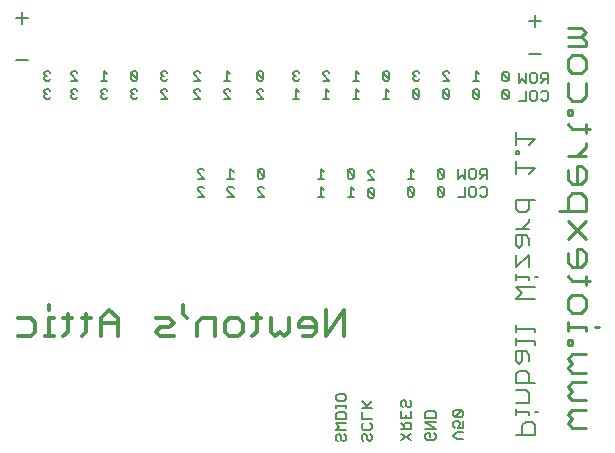
<source format=gbo>
G75*
%MOIN*%
%OFA0B0*%
%FSLAX25Y25*%
%IPPOS*%
%LPD*%
%AMOC8*
5,1,8,0,0,1.08239X$1,22.5*
%
%ADD10C,0.00800*%
%ADD11C,0.00700*%
%ADD12C,0.01000*%
%ADD13C,0.01200*%
%ADD14C,0.00600*%
D10*
X0107709Y0108400D02*
X0109844Y0108400D01*
X0107709Y0110535D01*
X0107709Y0111069D01*
X0108243Y0111603D01*
X0109311Y0111603D01*
X0109844Y0111069D01*
X0109844Y0114400D02*
X0107709Y0116535D01*
X0107709Y0117069D01*
X0108243Y0117603D01*
X0109311Y0117603D01*
X0109844Y0117069D01*
X0109844Y0114400D02*
X0107709Y0114400D01*
X0117609Y0114400D02*
X0119744Y0114400D01*
X0118677Y0114400D02*
X0118677Y0117603D01*
X0119744Y0116535D01*
X0119211Y0111603D02*
X0119744Y0111069D01*
X0119211Y0111603D02*
X0118143Y0111603D01*
X0117609Y0111069D01*
X0117609Y0110535D01*
X0119744Y0108400D01*
X0117609Y0108400D01*
X0127709Y0108400D02*
X0129844Y0108400D01*
X0127709Y0110535D01*
X0127709Y0111069D01*
X0128243Y0111603D01*
X0129311Y0111603D01*
X0129844Y0111069D01*
X0129311Y0114400D02*
X0128243Y0114400D01*
X0127709Y0114934D01*
X0127709Y0117069D01*
X0129844Y0114934D01*
X0129311Y0114400D01*
X0129844Y0114934D02*
X0129844Y0117069D01*
X0129311Y0117603D01*
X0128243Y0117603D01*
X0127709Y0117069D01*
X0147709Y0114400D02*
X0149844Y0114400D01*
X0148777Y0114400D02*
X0148777Y0117603D01*
X0149844Y0116535D01*
X0148777Y0111603D02*
X0148777Y0108400D01*
X0149844Y0108400D02*
X0147709Y0108400D01*
X0149844Y0110535D02*
X0148777Y0111603D01*
X0157709Y0108400D02*
X0159844Y0108400D01*
X0158777Y0108400D02*
X0158777Y0111603D01*
X0159844Y0110535D01*
X0164509Y0110669D02*
X0164509Y0108534D01*
X0165043Y0108000D01*
X0166111Y0108000D01*
X0166644Y0108534D01*
X0164509Y0110669D01*
X0165043Y0111203D01*
X0166111Y0111203D01*
X0166644Y0110669D01*
X0166644Y0108534D01*
X0166644Y0114000D02*
X0164509Y0114000D01*
X0164509Y0116135D02*
X0164509Y0116669D01*
X0165043Y0117203D01*
X0166111Y0117203D01*
X0166644Y0116669D01*
X0164509Y0116135D02*
X0166644Y0114000D01*
X0159844Y0114934D02*
X0159844Y0117069D01*
X0159311Y0117603D01*
X0158243Y0117603D01*
X0157709Y0117069D01*
X0159844Y0114934D01*
X0159311Y0114400D01*
X0158243Y0114400D01*
X0157709Y0114934D01*
X0157709Y0117069D01*
X0177709Y0114400D02*
X0179844Y0114400D01*
X0178777Y0114400D02*
X0178777Y0117603D01*
X0179844Y0116535D01*
X0179311Y0111603D02*
X0178243Y0111603D01*
X0177709Y0111069D01*
X0179844Y0108934D01*
X0179311Y0108400D01*
X0178243Y0108400D01*
X0177709Y0108934D01*
X0177709Y0111069D01*
X0179311Y0111603D02*
X0179844Y0111069D01*
X0179844Y0108934D01*
X0187709Y0108934D02*
X0188243Y0108400D01*
X0189311Y0108400D01*
X0189844Y0108934D01*
X0187709Y0111069D01*
X0187709Y0108934D01*
X0187709Y0111069D02*
X0188243Y0111603D01*
X0189311Y0111603D01*
X0189844Y0111069D01*
X0189844Y0108934D01*
X0194643Y0108400D02*
X0196778Y0108400D01*
X0196778Y0111603D01*
X0198326Y0111069D02*
X0198860Y0111603D01*
X0199928Y0111603D01*
X0200461Y0111069D01*
X0200461Y0108934D01*
X0199928Y0108400D01*
X0198860Y0108400D01*
X0198326Y0108934D01*
X0198326Y0111069D01*
X0198860Y0114400D02*
X0198326Y0114934D01*
X0198326Y0117069D01*
X0198860Y0117603D01*
X0199928Y0117603D01*
X0200461Y0117069D01*
X0200461Y0114934D01*
X0199928Y0114400D01*
X0198860Y0114400D01*
X0196778Y0114400D02*
X0195711Y0115468D01*
X0194643Y0114400D01*
X0194643Y0117603D01*
X0196778Y0117603D02*
X0196778Y0114400D01*
X0202009Y0114400D02*
X0203077Y0115468D01*
X0202543Y0115468D02*
X0204144Y0115468D01*
X0204144Y0114400D02*
X0204144Y0117603D01*
X0202543Y0117603D01*
X0202009Y0117069D01*
X0202009Y0116001D01*
X0202543Y0115468D01*
X0202543Y0111603D02*
X0203611Y0111603D01*
X0204144Y0111069D01*
X0204144Y0108934D01*
X0203611Y0108400D01*
X0202543Y0108400D01*
X0202009Y0108934D01*
X0202009Y0111069D02*
X0202543Y0111603D01*
X0213944Y0107232D02*
X0213944Y0104129D01*
X0214979Y0103095D01*
X0217047Y0103095D01*
X0218081Y0104129D01*
X0218081Y0107232D01*
X0220150Y0107232D02*
X0213944Y0107232D01*
X0218081Y0100826D02*
X0218081Y0099792D01*
X0216013Y0097724D01*
X0218081Y0097724D02*
X0213944Y0097724D01*
X0213944Y0095415D02*
X0213944Y0092313D01*
X0214979Y0091278D01*
X0216013Y0092313D01*
X0216013Y0095415D01*
X0217047Y0095415D02*
X0213944Y0095415D01*
X0217047Y0095415D02*
X0218081Y0094381D01*
X0218081Y0092313D01*
X0218081Y0088970D02*
X0213944Y0084833D01*
X0213944Y0088970D01*
X0218081Y0088970D02*
X0218081Y0084833D01*
X0218081Y0081570D02*
X0213944Y0081570D01*
X0213944Y0080536D02*
X0213944Y0082604D01*
X0218081Y0081570D02*
X0218081Y0080536D01*
X0220150Y0081570D02*
X0221184Y0081570D01*
X0220150Y0078227D02*
X0213944Y0078227D01*
X0216013Y0076159D01*
X0213944Y0074090D01*
X0220150Y0074090D01*
X0213944Y0065416D02*
X0213944Y0063348D01*
X0213944Y0064382D02*
X0220150Y0064382D01*
X0220150Y0063348D01*
X0220150Y0060085D02*
X0213944Y0060085D01*
X0213944Y0059051D02*
X0213944Y0061119D01*
X0213944Y0056742D02*
X0213944Y0053640D01*
X0214979Y0052605D01*
X0216013Y0053640D01*
X0216013Y0056742D01*
X0217047Y0056742D02*
X0213944Y0056742D01*
X0217047Y0056742D02*
X0218081Y0055708D01*
X0218081Y0053640D01*
X0217047Y0050297D02*
X0218081Y0049262D01*
X0218081Y0046160D01*
X0220150Y0046160D02*
X0213944Y0046160D01*
X0213944Y0049262D01*
X0214979Y0050297D01*
X0217047Y0050297D01*
X0217047Y0043851D02*
X0213944Y0043851D01*
X0217047Y0043851D02*
X0218081Y0042817D01*
X0218081Y0039714D01*
X0213944Y0039714D01*
X0213944Y0037486D02*
X0213944Y0035417D01*
X0213944Y0036452D02*
X0218081Y0036452D01*
X0218081Y0035417D01*
X0220150Y0036452D02*
X0221184Y0036452D01*
X0219116Y0033109D02*
X0217047Y0033109D01*
X0216013Y0032075D01*
X0216013Y0028972D01*
X0213944Y0028972D02*
X0220150Y0028972D01*
X0220150Y0032075D01*
X0219116Y0033109D01*
X0220150Y0059051D02*
X0220150Y0060085D01*
X0189311Y0114400D02*
X0188243Y0114400D01*
X0187709Y0114934D01*
X0187709Y0117069D01*
X0189844Y0114934D01*
X0189311Y0114400D01*
X0189844Y0114934D02*
X0189844Y0117069D01*
X0189311Y0117603D01*
X0188243Y0117603D01*
X0187709Y0117069D01*
X0213944Y0118055D02*
X0220150Y0118055D01*
X0218081Y0115986D01*
X0213944Y0115986D02*
X0213944Y0120123D01*
X0213944Y0122432D02*
X0213944Y0123466D01*
X0214979Y0123466D01*
X0214979Y0122432D01*
X0213944Y0122432D01*
X0213944Y0125654D02*
X0213944Y0129791D01*
X0213944Y0127723D02*
X0220150Y0127723D01*
X0218081Y0125654D01*
X0217078Y0140400D02*
X0214943Y0140400D01*
X0217078Y0140400D02*
X0217078Y0143603D01*
X0218626Y0143069D02*
X0219160Y0143603D01*
X0220228Y0143603D01*
X0220761Y0143069D01*
X0220761Y0140934D01*
X0220228Y0140400D01*
X0219160Y0140400D01*
X0218626Y0140934D01*
X0218626Y0143069D01*
X0219160Y0146400D02*
X0218626Y0146934D01*
X0218626Y0149069D01*
X0219160Y0149603D01*
X0220228Y0149603D01*
X0220761Y0149069D01*
X0220761Y0146934D01*
X0220228Y0146400D01*
X0219160Y0146400D01*
X0217078Y0146400D02*
X0216011Y0147468D01*
X0214943Y0146400D01*
X0214943Y0149603D01*
X0217078Y0149603D02*
X0217078Y0146400D01*
X0222309Y0146400D02*
X0223377Y0147468D01*
X0222843Y0147468D02*
X0224444Y0147468D01*
X0224444Y0146400D02*
X0224444Y0149603D01*
X0222843Y0149603D01*
X0222309Y0149069D01*
X0222309Y0148001D01*
X0222843Y0147468D01*
X0222843Y0143603D02*
X0222309Y0143069D01*
X0222843Y0143603D02*
X0223911Y0143603D01*
X0224444Y0143069D01*
X0224444Y0140934D01*
X0223911Y0140400D01*
X0222843Y0140400D01*
X0222309Y0140934D01*
X0211444Y0141334D02*
X0210911Y0140800D01*
X0209843Y0140800D01*
X0209309Y0141334D01*
X0209309Y0143469D01*
X0211444Y0141334D01*
X0211444Y0143469D01*
X0210911Y0144003D01*
X0209843Y0144003D01*
X0209309Y0143469D01*
X0209843Y0146800D02*
X0209309Y0147334D01*
X0209309Y0149469D01*
X0211444Y0147334D01*
X0210911Y0146800D01*
X0209843Y0146800D01*
X0211444Y0147334D02*
X0211444Y0149469D01*
X0210911Y0150003D01*
X0209843Y0150003D01*
X0209309Y0149469D01*
X0201644Y0149135D02*
X0200577Y0150203D01*
X0200577Y0147000D01*
X0201644Y0147000D02*
X0199509Y0147000D01*
X0200043Y0144203D02*
X0199509Y0143669D01*
X0201644Y0141534D01*
X0201111Y0141000D01*
X0200043Y0141000D01*
X0199509Y0141534D01*
X0199509Y0143669D01*
X0200043Y0144203D02*
X0201111Y0144203D01*
X0201644Y0143669D01*
X0201644Y0141534D01*
X0191644Y0141534D02*
X0189509Y0143669D01*
X0189509Y0141534D01*
X0190043Y0141000D01*
X0191111Y0141000D01*
X0191644Y0141534D01*
X0191644Y0143669D01*
X0191111Y0144203D01*
X0190043Y0144203D01*
X0189509Y0143669D01*
X0189509Y0147000D02*
X0191644Y0147000D01*
X0189509Y0149135D01*
X0189509Y0149669D01*
X0190043Y0150203D01*
X0191111Y0150203D01*
X0191644Y0149669D01*
X0181644Y0149669D02*
X0181111Y0150203D01*
X0180043Y0150203D01*
X0179509Y0149669D01*
X0179509Y0149135D01*
X0180043Y0148601D01*
X0179509Y0148068D01*
X0179509Y0147534D01*
X0180043Y0147000D01*
X0181111Y0147000D01*
X0181644Y0147534D01*
X0180577Y0148601D02*
X0180043Y0148601D01*
X0180043Y0144203D02*
X0179509Y0143669D01*
X0181644Y0141534D01*
X0181111Y0141000D01*
X0180043Y0141000D01*
X0179509Y0141534D01*
X0179509Y0143669D01*
X0180043Y0144203D02*
X0181111Y0144203D01*
X0181644Y0143669D01*
X0181644Y0141534D01*
X0171644Y0141000D02*
X0169509Y0141000D01*
X0170577Y0141000D02*
X0170577Y0144203D01*
X0171644Y0143135D01*
X0171111Y0147000D02*
X0170043Y0147000D01*
X0169509Y0147534D01*
X0169509Y0149669D01*
X0171644Y0147534D01*
X0171111Y0147000D01*
X0171644Y0147534D02*
X0171644Y0149669D01*
X0171111Y0150203D01*
X0170043Y0150203D01*
X0169509Y0149669D01*
X0161644Y0149135D02*
X0160577Y0150203D01*
X0160577Y0147000D01*
X0161644Y0147000D02*
X0159509Y0147000D01*
X0160577Y0144203D02*
X0160577Y0141000D01*
X0161644Y0141000D02*
X0159509Y0141000D01*
X0161644Y0143135D02*
X0160577Y0144203D01*
X0151644Y0143135D02*
X0150577Y0144203D01*
X0150577Y0141000D01*
X0151644Y0141000D02*
X0149509Y0141000D01*
X0141644Y0141000D02*
X0139509Y0141000D01*
X0140577Y0141000D02*
X0140577Y0144203D01*
X0141644Y0143135D01*
X0141111Y0147000D02*
X0141644Y0147534D01*
X0141111Y0147000D02*
X0140043Y0147000D01*
X0139509Y0147534D01*
X0139509Y0148068D01*
X0140043Y0148601D01*
X0140577Y0148601D01*
X0140043Y0148601D02*
X0139509Y0149135D01*
X0139509Y0149669D01*
X0140043Y0150203D01*
X0141111Y0150203D01*
X0141644Y0149669D01*
X0149509Y0149669D02*
X0150043Y0150203D01*
X0151111Y0150203D01*
X0151644Y0149669D01*
X0149509Y0149669D02*
X0149509Y0149135D01*
X0151644Y0147000D01*
X0149509Y0147000D01*
X0129644Y0147534D02*
X0127509Y0149669D01*
X0127509Y0147534D01*
X0128043Y0147000D01*
X0129111Y0147000D01*
X0129644Y0147534D01*
X0129644Y0149669D01*
X0129111Y0150203D01*
X0128043Y0150203D01*
X0127509Y0149669D01*
X0128043Y0144203D02*
X0129111Y0144203D01*
X0129644Y0143669D01*
X0128043Y0144203D02*
X0127509Y0143669D01*
X0127509Y0143135D01*
X0129644Y0141000D01*
X0127509Y0141000D01*
X0118644Y0141000D02*
X0116509Y0143135D01*
X0116509Y0143669D01*
X0117043Y0144203D01*
X0118111Y0144203D01*
X0118644Y0143669D01*
X0118644Y0141000D02*
X0116509Y0141000D01*
X0108644Y0141000D02*
X0106509Y0143135D01*
X0106509Y0143669D01*
X0107043Y0144203D01*
X0108111Y0144203D01*
X0108644Y0143669D01*
X0108644Y0141000D02*
X0106509Y0141000D01*
X0097644Y0141000D02*
X0095509Y0143135D01*
X0095509Y0143669D01*
X0096043Y0144203D01*
X0097111Y0144203D01*
X0097644Y0143669D01*
X0097644Y0141000D02*
X0095509Y0141000D01*
X0087644Y0141534D02*
X0087111Y0141000D01*
X0086043Y0141000D01*
X0085509Y0141534D01*
X0085509Y0142068D01*
X0086043Y0142601D01*
X0086577Y0142601D01*
X0086043Y0142601D02*
X0085509Y0143135D01*
X0085509Y0143669D01*
X0086043Y0144203D01*
X0087111Y0144203D01*
X0087644Y0143669D01*
X0087111Y0147000D02*
X0086043Y0147000D01*
X0085509Y0147534D01*
X0085509Y0149669D01*
X0087644Y0147534D01*
X0087111Y0147000D01*
X0087644Y0147534D02*
X0087644Y0149669D01*
X0087111Y0150203D01*
X0086043Y0150203D01*
X0085509Y0149669D01*
X0077644Y0149135D02*
X0076577Y0150203D01*
X0076577Y0147000D01*
X0077644Y0147000D02*
X0075509Y0147000D01*
X0076043Y0144203D02*
X0075509Y0143669D01*
X0075509Y0143135D01*
X0076043Y0142601D01*
X0075509Y0142068D01*
X0075509Y0141534D01*
X0076043Y0141000D01*
X0077111Y0141000D01*
X0077644Y0141534D01*
X0076577Y0142601D02*
X0076043Y0142601D01*
X0076043Y0144203D02*
X0077111Y0144203D01*
X0077644Y0143669D01*
X0067644Y0143669D02*
X0067111Y0144203D01*
X0066043Y0144203D01*
X0065509Y0143669D01*
X0065509Y0143135D01*
X0066043Y0142601D01*
X0065509Y0142068D01*
X0065509Y0141534D01*
X0066043Y0141000D01*
X0067111Y0141000D01*
X0067644Y0141534D01*
X0066577Y0142601D02*
X0066043Y0142601D01*
X0065509Y0147000D02*
X0067644Y0147000D01*
X0065509Y0149135D01*
X0065509Y0149669D01*
X0066043Y0150203D01*
X0067111Y0150203D01*
X0067644Y0149669D01*
X0058644Y0149669D02*
X0058111Y0150203D01*
X0057043Y0150203D01*
X0056509Y0149669D01*
X0056509Y0149135D01*
X0057043Y0148601D01*
X0056509Y0148068D01*
X0056509Y0147534D01*
X0057043Y0147000D01*
X0058111Y0147000D01*
X0058644Y0147534D01*
X0057577Y0148601D02*
X0057043Y0148601D01*
X0057043Y0144203D02*
X0056509Y0143669D01*
X0056509Y0143135D01*
X0057043Y0142601D01*
X0056509Y0142068D01*
X0056509Y0141534D01*
X0057043Y0141000D01*
X0058111Y0141000D01*
X0058644Y0141534D01*
X0057577Y0142601D02*
X0057043Y0142601D01*
X0057043Y0144203D02*
X0058111Y0144203D01*
X0058644Y0143669D01*
X0095509Y0147534D02*
X0096043Y0147000D01*
X0097111Y0147000D01*
X0097644Y0147534D01*
X0096577Y0148601D02*
X0096043Y0148601D01*
X0095509Y0148068D01*
X0095509Y0147534D01*
X0096043Y0148601D02*
X0095509Y0149135D01*
X0095509Y0149669D01*
X0096043Y0150203D01*
X0097111Y0150203D01*
X0097644Y0149669D01*
X0106509Y0149669D02*
X0107043Y0150203D01*
X0108111Y0150203D01*
X0108644Y0149669D01*
X0106509Y0149669D02*
X0106509Y0149135D01*
X0108644Y0147000D01*
X0106509Y0147000D01*
X0116509Y0147000D02*
X0118644Y0147000D01*
X0117577Y0147000D02*
X0117577Y0150203D01*
X0118644Y0149135D01*
D11*
X0051294Y0153903D02*
X0047091Y0153903D01*
X0049193Y0165801D02*
X0049193Y0170004D01*
X0051294Y0167903D02*
X0047091Y0167903D01*
X0218091Y0166903D02*
X0222294Y0166903D01*
X0220193Y0169004D02*
X0220193Y0164801D01*
X0222294Y0155903D02*
X0218091Y0155903D01*
D12*
X0231144Y0153988D02*
X0231144Y0150985D01*
X0232646Y0149484D01*
X0235648Y0149484D01*
X0237150Y0150985D01*
X0237150Y0153988D01*
X0235648Y0155489D01*
X0232646Y0155489D01*
X0231144Y0153988D01*
X0231144Y0158692D02*
X0237150Y0158692D01*
X0237150Y0160193D01*
X0235648Y0161695D01*
X0237150Y0163196D01*
X0235648Y0164697D01*
X0231144Y0164697D01*
X0231144Y0161695D02*
X0235648Y0161695D01*
X0237150Y0146281D02*
X0237150Y0141778D01*
X0235648Y0140276D01*
X0232646Y0140276D01*
X0231144Y0141778D01*
X0231144Y0146281D01*
X0231144Y0137174D02*
X0231144Y0135672D01*
X0232646Y0135672D01*
X0232646Y0137174D01*
X0231144Y0137174D01*
X0231144Y0132536D02*
X0232646Y0131035D01*
X0238651Y0131035D01*
X0237150Y0129534D02*
X0237150Y0132536D01*
X0237150Y0126364D02*
X0237150Y0124863D01*
X0234147Y0121861D01*
X0231144Y0121861D02*
X0237150Y0121861D01*
X0235648Y0118658D02*
X0234147Y0118658D01*
X0234147Y0112653D01*
X0232646Y0112653D02*
X0235648Y0112653D01*
X0237150Y0114154D01*
X0237150Y0117157D01*
X0235648Y0118658D01*
X0231144Y0117157D02*
X0231144Y0114154D01*
X0232646Y0112653D01*
X0232646Y0109450D02*
X0231144Y0107949D01*
X0231144Y0103445D01*
X0228142Y0103445D02*
X0237150Y0103445D01*
X0237150Y0107949D01*
X0235648Y0109450D01*
X0232646Y0109450D01*
X0231144Y0100242D02*
X0237150Y0094237D01*
X0235648Y0091034D02*
X0234147Y0091034D01*
X0234147Y0085029D01*
X0232646Y0085029D02*
X0235648Y0085029D01*
X0237150Y0086530D01*
X0237150Y0089533D01*
X0235648Y0091034D01*
X0231144Y0089533D02*
X0231144Y0086530D01*
X0232646Y0085029D01*
X0231144Y0081893D02*
X0232646Y0080392D01*
X0238651Y0080392D01*
X0237150Y0078891D02*
X0237150Y0081893D01*
X0235648Y0075688D02*
X0232646Y0075688D01*
X0231144Y0074187D01*
X0231144Y0071184D01*
X0232646Y0069683D01*
X0235648Y0069683D01*
X0237150Y0071184D01*
X0237150Y0074187D01*
X0235648Y0075688D01*
X0231144Y0066547D02*
X0231144Y0063544D01*
X0231144Y0065045D02*
X0237150Y0065045D01*
X0237150Y0063544D01*
X0240152Y0065045D02*
X0241653Y0065045D01*
X0232646Y0060441D02*
X0232646Y0058940D01*
X0231144Y0058940D01*
X0231144Y0060441D01*
X0232646Y0060441D01*
X0232646Y0055737D02*
X0237150Y0055737D01*
X0232646Y0055737D02*
X0231144Y0054236D01*
X0232646Y0052735D01*
X0231144Y0051234D01*
X0232646Y0049732D01*
X0237150Y0049732D01*
X0237150Y0046530D02*
X0232646Y0046530D01*
X0231144Y0045028D01*
X0232646Y0043527D01*
X0231144Y0042026D01*
X0232646Y0040524D01*
X0237150Y0040524D01*
X0237150Y0037322D02*
X0232646Y0037322D01*
X0231144Y0035820D01*
X0232646Y0034319D01*
X0231144Y0032818D01*
X0232646Y0031317D01*
X0237150Y0031317D01*
X0231144Y0094237D02*
X0237150Y0100242D01*
D13*
X0052185Y0061900D02*
X0047781Y0061900D01*
X0052185Y0061900D02*
X0053652Y0063368D01*
X0053652Y0066304D01*
X0052185Y0067772D01*
X0047781Y0067772D01*
X0056855Y0061900D02*
X0059791Y0061900D01*
X0058323Y0061900D02*
X0058323Y0067772D01*
X0059791Y0067772D01*
X0062994Y0067772D02*
X0065930Y0067772D01*
X0064462Y0069240D02*
X0064462Y0063368D01*
X0062994Y0061900D01*
X0069132Y0061900D02*
X0070600Y0063368D01*
X0070600Y0069240D01*
X0072068Y0067772D02*
X0069132Y0067772D01*
X0075404Y0067772D02*
X0075404Y0061900D01*
X0075404Y0066304D02*
X0081276Y0066304D01*
X0081276Y0067772D02*
X0078340Y0070708D01*
X0075404Y0067772D01*
X0081276Y0067772D02*
X0081276Y0061900D01*
X0093820Y0063368D02*
X0095288Y0064836D01*
X0098224Y0064836D01*
X0099692Y0066304D01*
X0098224Y0067772D01*
X0093820Y0067772D01*
X0093820Y0063368D02*
X0095288Y0061900D01*
X0099692Y0061900D01*
X0104296Y0067772D02*
X0102828Y0069240D01*
X0102828Y0072175D01*
X0107632Y0066304D02*
X0109100Y0067772D01*
X0113504Y0067772D01*
X0113504Y0061900D01*
X0116840Y0063368D02*
X0116840Y0066304D01*
X0118308Y0067772D01*
X0121243Y0067772D01*
X0122711Y0066304D01*
X0122711Y0063368D01*
X0121243Y0061900D01*
X0118308Y0061900D01*
X0116840Y0063368D01*
X0107632Y0061900D02*
X0107632Y0066304D01*
X0125914Y0067772D02*
X0128850Y0067772D01*
X0127382Y0069240D02*
X0127382Y0063368D01*
X0125914Y0061900D01*
X0132186Y0063368D02*
X0132186Y0067772D01*
X0132186Y0063368D02*
X0133654Y0061900D01*
X0135122Y0063368D01*
X0136590Y0061900D01*
X0138058Y0063368D01*
X0138058Y0067772D01*
X0141394Y0066304D02*
X0141394Y0064836D01*
X0147266Y0064836D01*
X0147266Y0063368D02*
X0147266Y0066304D01*
X0145798Y0067772D01*
X0142862Y0067772D01*
X0141394Y0066304D01*
X0142862Y0061900D02*
X0145798Y0061900D01*
X0147266Y0063368D01*
X0150602Y0061900D02*
X0150602Y0070708D01*
X0156474Y0070708D02*
X0150602Y0061900D01*
X0156474Y0061900D02*
X0156474Y0070708D01*
X0058323Y0070708D02*
X0058323Y0072175D01*
D14*
X0153844Y0042006D02*
X0154412Y0042573D01*
X0156680Y0042573D01*
X0157247Y0042006D01*
X0157247Y0040872D01*
X0156680Y0040305D01*
X0154412Y0040305D01*
X0153844Y0040872D01*
X0153844Y0042006D01*
X0153844Y0038984D02*
X0153844Y0037849D01*
X0153844Y0038417D02*
X0157247Y0038417D01*
X0157247Y0038984D02*
X0157247Y0037849D01*
X0156680Y0036435D02*
X0157247Y0035868D01*
X0157247Y0034166D01*
X0153844Y0034166D01*
X0153844Y0035868D01*
X0154412Y0036435D01*
X0156680Y0036435D01*
X0157247Y0032752D02*
X0153844Y0032752D01*
X0154979Y0031617D01*
X0153844Y0030483D01*
X0157247Y0030483D01*
X0156680Y0029069D02*
X0157247Y0028501D01*
X0157247Y0027367D01*
X0156680Y0026800D01*
X0156113Y0026800D01*
X0155546Y0027367D01*
X0155546Y0028501D01*
X0154979Y0029069D01*
X0154412Y0029069D01*
X0153844Y0028501D01*
X0153844Y0027367D01*
X0154412Y0026800D01*
X0162444Y0027567D02*
X0163012Y0027000D01*
X0162444Y0027567D02*
X0162444Y0028701D01*
X0163012Y0029269D01*
X0163579Y0029269D01*
X0164146Y0028701D01*
X0164146Y0027567D01*
X0164713Y0027000D01*
X0165280Y0027000D01*
X0165847Y0027567D01*
X0165847Y0028701D01*
X0165280Y0029269D01*
X0165280Y0030683D02*
X0163012Y0030683D01*
X0162444Y0031250D01*
X0162444Y0032385D01*
X0163012Y0032952D01*
X0162444Y0034366D02*
X0162444Y0036635D01*
X0162444Y0038049D02*
X0165847Y0038049D01*
X0164146Y0038617D02*
X0162444Y0040318D01*
X0163579Y0038049D02*
X0165847Y0040318D01*
X0165847Y0034366D02*
X0162444Y0034366D01*
X0165280Y0032952D02*
X0165847Y0032385D01*
X0165847Y0031250D01*
X0165280Y0030683D01*
X0175544Y0030783D02*
X0178947Y0030783D01*
X0178947Y0032485D01*
X0178380Y0033052D01*
X0177246Y0033052D01*
X0176679Y0032485D01*
X0176679Y0030783D01*
X0176679Y0031917D02*
X0175544Y0033052D01*
X0175544Y0034466D02*
X0175544Y0036735D01*
X0176112Y0038149D02*
X0175544Y0038717D01*
X0175544Y0039851D01*
X0176112Y0040418D01*
X0176679Y0040418D01*
X0177246Y0039851D01*
X0177246Y0038717D01*
X0177813Y0038149D01*
X0178380Y0038149D01*
X0178947Y0038717D01*
X0178947Y0039851D01*
X0178380Y0040418D01*
X0178947Y0036735D02*
X0178947Y0034466D01*
X0175544Y0034466D01*
X0177246Y0034466D02*
X0177246Y0035601D01*
X0183644Y0036268D02*
X0183644Y0034566D01*
X0187047Y0034566D01*
X0187047Y0036268D01*
X0186480Y0036835D01*
X0184212Y0036835D01*
X0183644Y0036268D01*
X0183644Y0033152D02*
X0187047Y0033152D01*
X0187047Y0030883D02*
X0183644Y0030883D01*
X0184212Y0029469D02*
X0185346Y0029469D01*
X0185346Y0028334D01*
X0186480Y0027200D02*
X0184212Y0027200D01*
X0183644Y0027767D01*
X0183644Y0028901D01*
X0184212Y0029469D01*
X0186480Y0029469D02*
X0187047Y0028901D01*
X0187047Y0027767D01*
X0186480Y0027200D01*
X0187047Y0030883D02*
X0183644Y0033152D01*
X0178947Y0029369D02*
X0175544Y0027100D01*
X0175544Y0029369D02*
X0178947Y0027100D01*
X0192944Y0028734D02*
X0194079Y0029869D01*
X0196347Y0029869D01*
X0196347Y0031283D02*
X0194646Y0031283D01*
X0195213Y0032417D01*
X0195213Y0032985D01*
X0194646Y0033552D01*
X0193512Y0033552D01*
X0192944Y0032985D01*
X0192944Y0031850D01*
X0193512Y0031283D01*
X0192944Y0028734D02*
X0194079Y0027600D01*
X0196347Y0027600D01*
X0196347Y0031283D02*
X0196347Y0033552D01*
X0195780Y0034966D02*
X0196347Y0035533D01*
X0196347Y0036668D01*
X0195780Y0037235D01*
X0193512Y0034966D01*
X0192944Y0035533D01*
X0192944Y0036668D01*
X0193512Y0037235D01*
X0195780Y0037235D01*
X0195780Y0034966D02*
X0193512Y0034966D01*
M02*

</source>
